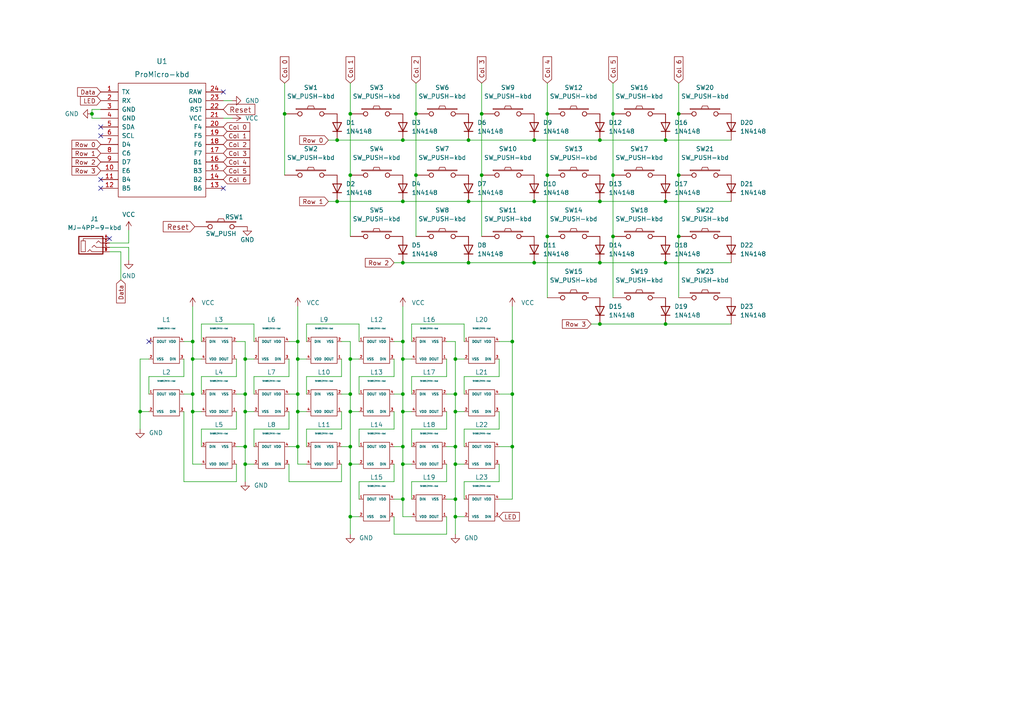
<source format=kicad_sch>
(kicad_sch (version 20211123) (generator eeschema)
  (paper "A4")
  (lib_symbols
    (symbol "Diode:1N4148" (pin_numbers hide) (pin_names (offset 1.016) hide)
      (property "Reference" "D" (at 0 2.54 0))
      (property "Value" "1N4148" (at 0 -2.54 0))
      (symbol "1N4148_0_1"
        (polyline (pts (xy -1.27 1.27) (xy -1.27 -1.27)) (stroke (width 0.254)))
        (polyline (pts (xy 1.27 0) (xy -1.27 0)))
        (polyline (pts (xy 1.27 1.27) (xy 1.27 -1.27) (xy -1.27 0) (xy 1.27 1.27)) (stroke (width 0.254)))
      )
      (symbol "1N4148_1_1"
        (pin passive line (at -3.81 0 0) (length 2.54) (name "K") (number "1"))
        (pin passive line (at 3.81 0 180) (length 2.54) (name "A") (number "2"))
      )
    )
    (symbol "Keyboard:MJ-4PP-9-kbd" (pin_names (offset 1.016))
      (property "Reference" "J" (at 0 3.81 0))
      (property "Value" "MJ-4PP-9-kbd" (at 0 -3.81 0))
      (symbol "MJ-4PP-9-kbd_0_1"
        (rectangle (start -1.905 -1.905) (end -3.175 1.27))
        (polyline (pts (xy -2.54 1.27) (xy -2.54 1.905) (xy 3.175 1.905)))
        (polyline (pts (xy -1.27 -1.905) (xy -0.635 -1.27) (xy 0 -1.905) (xy 3.175 -1.905)))
        (polyline (pts (xy 0 -0.635) (xy 0.635 0) (xy 1.27 -0.635) (xy 3.175 -0.635)))
        (polyline (pts (xy 1.27 0.635) (xy 1.905 1.27) (xy 2.54 0.635) (xy 3.175 0.635)))
        (rectangle (start 3.175 2.54) (end -3.81 -2.54) (stroke (width 0.3048)))
      )
      (symbol "MJ-4PP-9-kbd_1_1"
        (pin input line (at 5.08 1.905 180) (length 2.0066) (name "~") (number "A"))
        (pin input line (at 5.08 -1.905 180) (length 2.0066) (name "~") (number "B"))
        (pin input line (at 5.08 -0.635 180) (length 2.0066) (name "~") (number "C"))
        (pin input line (at 5.08 0.635 180) (length 2.0066) (name "~") (number "D"))
      )
    )
    (symbol "Keyboard:ProMicro-kbd" (pin_names (offset 1.016))
      (property "Reference" "U" (at 0 24.13 0))
      (property "Value" "ProMicro-kbd" (at 0 -13.97 0))
      (symbol "ProMicro-kbd_0_1"
        (rectangle (start -12.7 21.59) (end 12.7 -11.43))
      )
      (symbol "ProMicro-kbd_1_1"
        (pin bidirectional line (at -17.78 19.05 0) (length 5.08) (name "TX") (number "1"))
        (pin bidirectional line (at -17.78 -3.81 0) (length 5.08) (name "E6") (number "10"))
        (pin bidirectional line (at -17.78 -6.35 0) (length 5.08) (name "B4") (number "11"))
        (pin bidirectional line (at -17.78 -8.89 0) (length 5.08) (name "B5") (number "12"))
        (pin bidirectional line (at 17.78 -8.89 180) (length 5.08) (name "B6") (number "13"))
        (pin bidirectional line (at 17.78 -6.35 180) (length 5.08) (name "B2") (number "14"))
        (pin bidirectional line (at 17.78 -3.81 180) (length 5.08) (name "B3") (number "15"))
        (pin bidirectional line (at 17.78 -1.27 180) (length 5.08) (name "B1") (number "16"))
        (pin bidirectional line (at 17.78 1.27 180) (length 5.08) (name "F7") (number "17"))
        (pin bidirectional line (at 17.78 3.81 180) (length 5.08) (name "F6") (number "18"))
        (pin bidirectional line (at 17.78 6.35 180) (length 5.08) (name "F5") (number "19"))
        (pin bidirectional line (at -17.78 16.51 0) (length 5.08) (name "RX") (number "2"))
        (pin bidirectional line (at 17.78 8.89 180) (length 5.08) (name "F4") (number "20"))
        (pin power_in line (at 17.78 11.43 180) (length 5.08) (name "VCC") (number "21"))
        (pin input line (at 17.78 13.97 180) (length 5.08) (name "RST") (number "22"))
        (pin power_in line (at 17.78 16.51 180) (length 5.08) (name "GND") (number "23"))
        (pin power_out line (at 17.78 19.05 180) (length 5.08) (name "RAW") (number "24"))
        (pin power_in line (at -17.78 13.97 0) (length 5.08) (name "GND") (number "3"))
        (pin power_in line (at -17.78 11.43 0) (length 5.08) (name "GND") (number "4"))
        (pin bidirectional line (at -17.78 8.89 0) (length 5.08) (name "SDA") (number "5"))
        (pin bidirectional line (at -17.78 6.35 0) (length 5.08) (name "SCL") (number "6"))
        (pin bidirectional line (at -17.78 3.81 0) (length 5.08) (name "D4") (number "7"))
        (pin bidirectional line (at -17.78 1.27 0) (length 5.08) (name "C6") (number "8"))
        (pin bidirectional line (at -17.78 -1.27 0) (length 5.08) (name "D7") (number "9"))
      )
    )
    (symbol "Keyboard:SK6812MINI-kbd" (pin_names (offset 1.016))
      (property "Reference" "L" (at 0 0 0))
      (property "Value" "SK6812MINI-kbd" (at 0 -1.27 0))
      (symbol "SK6812MINI-kbd_0_1"
        (rectangle (start -3.81 3.81) (end 3.81 -3.81))
      )
      (symbol "SK6812MINI-kbd_1_1"
        (pin output line (at -5.08 2.54 0) (length 1.1938) (name "DOUT") (number "1"))
        (pin power_in line (at -5.08 -2.54 0) (length 1.1938) (name "VSS") (number "2"))
        (pin input line (at 5.08 -2.54 180) (length 1.1938) (name "DIN") (number "3"))
        (pin power_in line (at 5.08 2.54 180) (length 1.1938) (name "VDD") (number "4"))
      )
    )
    (symbol "Keyboard:SW_PUSH-kbd" (pin_numbers hide) (pin_names (offset 1.016) hide)
      (property "Reference" "SW" (at 3.81 2.794 0))
      (property "Value" "SW_PUSH-kbd" (at 0 -2.032 0))
      (symbol "SW_PUSH-kbd_0_1"
        (rectangle (start -4.318 1.27) (end 4.318 1.524))
        (polyline (pts (xy -1.016 1.524) (xy -0.762 2.286) (xy 0.762 2.286) (xy 1.016 1.524)))
        (pin passive inverted (at -7.62 0 0) (length 5.08) (name "1") (number "1"))
        (pin passive inverted (at 7.62 0 180) (length 5.08) (name "2") (number "2"))
      )
    )
    (symbol "kbd:SW_PUSH" (pin_numbers hide) (pin_names (offset 1.016) hide)
      (property "Reference" "SW" (at 3.81 2.794 0))
      (property "Value" "kbd_SW_PUSH" (at 0 -2.032 0))
      (symbol "SW_PUSH_0_1"
        (rectangle (start -4.318 1.27) (end 4.318 1.524))
        (polyline (pts (xy -1.016 1.524) (xy -0.762 2.286) (xy 0.762 2.286) (xy 1.016 1.524)))
        (pin passive inverted (at -7.62 0 0) (length 5.08) (name "1") (number "1"))
        (pin passive inverted (at 7.62 0 180) (length 5.08) (name "2") (number "2"))
      )
    )
    (symbol "power:GND" (power) (pin_names (offset 0))
      (property "Value" "GND" (at 0 -3.81 0))
      (symbol "GND_0_1"
        (polyline (pts (xy 0 0) (xy 0 -1.27) (xy 1.27 -1.27) (xy 0 -2.54) (xy -1.27 -1.27) (xy 0 -1.27)))
      )
      (symbol "GND_1_1"
        (pin power_in line (at 0 0 270) (length 0) hide (name "GND") (number "1"))
      )
    )
    (symbol "power:VCC" (power) (pin_names (offset 0))
      (property "Value" "VCC" (at 0 3.81 0))
      (symbol "VCC_0_1"
        (polyline (pts (xy -0.762 1.27) (xy 0 2.54)))
        (polyline (pts (xy 0 0) (xy 0 2.54)))
        (polyline (pts (xy 0 2.54) (xy 0.762 1.27)))
      )
      (symbol "VCC_1_1"
        (pin power_in line (at 0 0 90) (length 0) hide (name "VCC") (number "1"))
      )
    )
  )
  (junction (at 158.75 68.58) (diameter 0.9144))
  (junction (at 193.04 93.98) (diameter 0.9144))
  (junction (at 101.6 33.02) (diameter 0.9144))
  (junction (at 154.94 40.64) (diameter 0.9144))
  (junction (at 86.36 129.54) (diameter 0.9144))
  (junction (at 71.12 119.38) (diameter 0.9144))
  (junction (at 86.36 114.3) (diameter 0.9144))
  (junction (at 132.08 119.38) (diameter 0.9144))
  (junction (at 55.88 99.06) (diameter 0.9144))
  (junction (at 71.12 129.54) (diameter 0.9144))
  (junction (at 86.36 104.14) (diameter 0.9144))
  (junction (at 116.84 119.38) (diameter 0.9144))
  (junction (at 116.84 144.78) (diameter 0.9144))
  (junction (at 196.85 68.58) (diameter 0.9144))
  (junction (at 158.75 50.8) (diameter 0.9144))
  (junction (at 101.6 104.14) (diameter 0.9144))
  (junction (at 101.6 149.86) (diameter 0.9144))
  (junction (at 139.7 50.8) (diameter 0.9144))
  (junction (at 193.04 40.64) (diameter 0.9144))
  (junction (at 135.89 40.64) (diameter 0.9144))
  (junction (at 120.65 33.02) (diameter 0.9144))
  (junction (at 97.79 40.64) (diameter 0.9144))
  (junction (at 116.84 129.54) (diameter 0.9144))
  (junction (at 55.88 104.14) (diameter 0.9144))
  (junction (at 154.94 58.42) (diameter 0.9144))
  (junction (at 101.6 119.38) (diameter 0.9144))
  (junction (at 148.59 114.3) (diameter 0.9144))
  (junction (at 177.8 68.58) (diameter 0.9144))
  (junction (at 177.8 33.02) (diameter 0.9144))
  (junction (at 132.08 149.86) (diameter 0.9144))
  (junction (at 139.7 33.02) (diameter 0.9144))
  (junction (at 116.84 76.2) (diameter 0.9144))
  (junction (at 196.85 50.8) (diameter 0.9144))
  (junction (at 116.84 58.42) (diameter 0.9144))
  (junction (at 71.12 114.3) (diameter 0.9144))
  (junction (at 40.64 119.38) (diameter 0.9144))
  (junction (at 116.84 114.3) (diameter 0.9144))
  (junction (at 148.59 99.06) (diameter 0.9144))
  (junction (at 116.84 99.06) (diameter 0.9144))
  (junction (at 148.59 129.54) (diameter 0.9144))
  (junction (at 132.08 129.54) (diameter 0.9144))
  (junction (at 71.12 104.14) (diameter 0.9144))
  (junction (at 135.89 76.2) (diameter 0.9144))
  (junction (at 193.04 58.42) (diameter 0.9144))
  (junction (at 116.84 104.14) (diameter 0.9144))
  (junction (at 132.08 114.3) (diameter 0.9144))
  (junction (at 86.36 99.06) (diameter 0.9144))
  (junction (at 101.6 114.3) (diameter 0.9144))
  (junction (at 132.08 104.14) (diameter 0.9144))
  (junction (at 173.99 58.42) (diameter 0.9144))
  (junction (at 101.6 134.62) (diameter 0.9144))
  (junction (at 173.99 93.98) (diameter 0.9144))
  (junction (at 101.6 50.8) (diameter 0.9144))
  (junction (at 101.6 129.54) (diameter 0.9144))
  (junction (at 26.67 33.02) (diameter 0.9144))
  (junction (at 135.89 58.42) (diameter 0.9144))
  (junction (at 177.8 50.8) (diameter 0.9144))
  (junction (at 193.04 76.2) (diameter 0.9144))
  (junction (at 120.65 50.8) (diameter 0.9144))
  (junction (at 132.08 144.78) (diameter 0.9144))
  (junction (at 173.99 76.2) (diameter 0.9144))
  (junction (at 116.84 134.62) (diameter 0.9144))
  (junction (at 196.85 33.02) (diameter 0.9144))
  (junction (at 82.55 33.02) (diameter 0.9144))
  (junction (at 154.94 76.2) (diameter 0.9144))
  (junction (at 71.12 134.62) (diameter 0.9144))
  (junction (at 132.08 134.62) (diameter 0.9144))
  (junction (at 97.79 58.42) (diameter 0.9144))
  (junction (at 116.84 40.64) (diameter 0.9144))
  (junction (at 173.99 40.64) (diameter 0.9144))
  (junction (at 158.75 33.02) (diameter 0.9144))
  (junction (at 55.88 114.3) (diameter 0.9144))
  (junction (at 55.88 119.38) (diameter 0.9144))
  (junction (at 86.36 119.38) (diameter 0.9144))
  (no_connect (at 43.18 99.06))
  (no_connect (at 31.75 69.215))
  (no_connect (at 29.21 36.83))
  (no_connect (at 29.21 39.37))
  (no_connect (at 64.77 26.67))
  (no_connect (at 64.77 54.61))
  (no_connect (at 29.21 52.07))
  (no_connect (at 29.21 54.61))
  (wire (pts (xy 82.55 24.13) (xy 82.55 33.02)))
  (wire (pts (xy 37.338 75.438) (xy 37.338 71.755)))
  (wire (pts (xy 99.06 114.3) (xy 101.6 114.3)))
  (wire (pts (xy 101.6 99.06) (xy 101.6 104.14)))
  (wire (pts (xy 101.6 104.14) (xy 101.6 114.3)))
  (wire (pts (xy 101.6 114.3) (xy 101.6 119.38)))
  (wire (pts (xy 101.6 119.38) (xy 101.6 129.54)))
  (wire (pts (xy 101.6 129.54) (xy 101.6 134.62)))
  (wire (pts (xy 101.6 134.62) (xy 101.6 149.86)))
  (wire (pts (xy 101.6 149.86) (xy 101.6 154.94)))
  (wire (pts (xy 177.8 50.8) (xy 177.8 68.58)))
  (wire (pts (xy 43.18 109.22) (xy 53.34 109.22)))
  (wire (pts (xy 43.18 114.3) (xy 43.18 109.22)))
  (wire (pts (xy 53.34 104.14) (xy 53.34 109.22)))
  (wire (pts (xy 64.77 29.21) (xy 67.31 29.21)))
  (wire (pts (xy 53.34 139.7) (xy 53.34 119.38)))
  (wire (pts (xy 68.58 134.62) (xy 68.58 139.7)))
  (wire (pts (xy 68.58 139.7) (xy 53.34 139.7)))
  (wire (pts (xy 144.78 99.06) (xy 148.59 99.06)))
  (wire (pts (xy 101.6 149.86) (xy 104.14 149.86)))
  (wire (pts (xy 114.3 144.78) (xy 116.84 144.78)))
  (wire (pts (xy 26.67 31.75) (xy 29.21 31.75)))
  (wire (pts (xy 26.67 33.02) (xy 26.67 31.75)))
  (wire (pts (xy 26.67 34.29) (xy 26.67 33.02)))
  (wire (pts (xy 29.21 34.29) (xy 26.67 34.29)))
  (wire (pts (xy 120.65 33.02) (xy 120.65 50.8)))
  (wire (pts (xy 95.25 40.64) (xy 97.79 40.64)))
  (wire (pts (xy 73.66 109.22) (xy 83.82 109.22)))
  (wire (pts (xy 73.66 114.3) (xy 73.66 109.22)))
  (wire (pts (xy 83.82 109.22) (xy 83.82 104.14)))
  (wire (pts (xy 116.84 104.14) (xy 119.38 104.14)))
  (wire (pts (xy 135.89 58.42) (xy 154.94 58.42)))
  (wire (pts (xy 101.6 24.13) (xy 101.6 33.02)))
  (wire (pts (xy 144.78 129.54) (xy 148.59 129.54)))
  (wire (pts (xy 171.45 93.98) (xy 173.99 93.98)))
  (wire (pts (xy 83.82 114.3) (xy 86.36 114.3)))
  (wire (pts (xy 119.38 139.7) (xy 119.38 144.78)))
  (wire (pts (xy 129.54 134.62) (xy 129.54 139.7)))
  (wire (pts (xy 129.54 139.7) (xy 119.38 139.7)))
  (wire (pts (xy 135.89 76.2) (xy 154.94 76.2)))
  (wire (pts (xy 40.64 104.14) (xy 40.64 119.38)))
  (wire (pts (xy 40.64 119.38) (xy 40.64 124.46)))
  (wire (pts (xy 43.18 104.14) (xy 40.64 104.14)))
  (wire (pts (xy 196.85 50.8) (xy 196.85 68.58)))
  (wire (pts (xy 154.94 76.2) (xy 173.99 76.2)))
  (wire (pts (xy 37.338 66.802) (xy 37.338 70.485)))
  (wire (pts (xy 114.3 114.3) (xy 116.84 114.3)))
  (wire (pts (xy 173.99 93.98) (xy 193.04 93.98)))
  (wire (pts (xy 177.8 68.58) (xy 177.8 86.36)))
  (wire (pts (xy 55.88 119.38) (xy 55.88 134.62)))
  (wire (pts (xy 31.75 70.485) (xy 37.338 70.485)))
  (wire (pts (xy 144.78 144.78) (xy 148.59 144.78)))
  (wire (pts (xy 148.59 88.9) (xy 148.59 99.06)))
  (wire (pts (xy 148.59 99.06) (xy 148.59 114.3)))
  (wire (pts (xy 148.59 114.3) (xy 148.59 129.54)))
  (wire (pts (xy 148.59 129.54) (xy 148.59 144.78)))
  (wire (pts (xy 86.36 88.9) (xy 86.36 99.06)))
  (wire (pts (xy 86.36 99.06) (xy 86.36 104.14)))
  (wire (pts (xy 86.36 104.14) (xy 86.36 114.3)))
  (wire (pts (xy 86.36 114.3) (xy 86.36 119.38)))
  (wire (pts (xy 86.36 119.38) (xy 86.36 129.54)))
  (wire (pts (xy 86.36 129.54) (xy 86.36 134.62)))
  (wire (pts (xy 88.9 134.62) (xy 86.36 134.62)))
  (wire (pts (xy 116.84 58.42) (xy 135.89 58.42)))
  (wire (pts (xy 40.64 119.38) (xy 43.18 119.38)))
  (wire (pts (xy 129.54 114.3) (xy 132.08 114.3)))
  (wire (pts (xy 104.14 109.22) (xy 114.3 109.22)))
  (wire (pts (xy 104.14 114.3) (xy 104.14 109.22)))
  (wire (pts (xy 114.3 109.22) (xy 114.3 104.14)))
  (wire (pts (xy 119.38 93.98) (xy 119.38 99.06)))
  (wire (pts (xy 134.62 93.98) (xy 119.38 93.98)))
  (wire (pts (xy 134.62 99.06) (xy 134.62 93.98)))
  (wire (pts (xy 86.36 104.14) (xy 88.9 104.14)))
  (wire (pts (xy 88.9 124.46) (xy 88.9 129.54)))
  (wire (pts (xy 99.06 119.38) (xy 99.06 124.46)))
  (wire (pts (xy 99.06 124.46) (xy 88.9 124.46)))
  (wire (pts (xy 114.3 99.06) (xy 116.84 99.06)))
  (wire (pts (xy 58.42 109.22) (xy 58.42 114.3)))
  (wire (pts (xy 68.58 104.14) (xy 68.58 109.22)))
  (wire (pts (xy 68.58 109.22) (xy 58.42 109.22)))
  (wire (pts (xy 177.8 33.02) (xy 177.8 50.8)))
  (wire (pts (xy 158.75 68.58) (xy 158.75 86.36)))
  (wire (pts (xy 71.12 119.38) (xy 73.66 119.38)))
  (wire (pts (xy 193.04 76.2) (xy 212.09 76.2)))
  (wire (pts (xy 104.14 139.7) (xy 114.3 139.7)))
  (wire (pts (xy 104.14 144.78) (xy 104.14 139.7)))
  (wire (pts (xy 114.3 139.7) (xy 114.3 134.62)))
  (wire (pts (xy 83.82 139.7) (xy 83.82 134.62)))
  (wire (pts (xy 99.06 134.62) (xy 99.06 139.7)))
  (wire (pts (xy 99.06 139.7) (xy 83.82 139.7)))
  (wire (pts (xy 68.58 129.54) (xy 71.12 129.54)))
  (wire (pts (xy 55.88 134.62) (xy 58.42 134.62)))
  (wire (pts (xy 134.62 109.22) (xy 144.78 109.22)))
  (wire (pts (xy 134.62 114.3) (xy 134.62 109.22)))
  (wire (pts (xy 144.78 109.22) (xy 144.78 104.14)))
  (wire (pts (xy 158.75 33.02) (xy 158.75 50.8)))
  (wire (pts (xy 173.99 76.2) (xy 193.04 76.2)))
  (wire (pts (xy 129.54 144.78) (xy 132.08 144.78)))
  (wire (pts (xy 154.94 58.42) (xy 173.99 58.42)))
  (wire (pts (xy 101.6 50.8) (xy 101.6 68.58)))
  (wire (pts (xy 31.75 73.025) (xy 35.052 73.025)))
  (wire (pts (xy 35.052 73.025) (xy 35.052 81.153)))
  (wire (pts (xy 101.6 119.38) (xy 104.14 119.38)))
  (wire (pts (xy 86.36 119.38) (xy 88.9 119.38)))
  (wire (pts (xy 116.84 88.9) (xy 116.84 99.06)))
  (wire (pts (xy 116.84 99.06) (xy 116.84 104.14)))
  (wire (pts (xy 116.84 104.14) (xy 116.84 114.3)))
  (wire (pts (xy 116.84 114.3) (xy 116.84 119.38)))
  (wire (pts (xy 116.84 119.38) (xy 116.84 129.54)))
  (wire (pts (xy 116.84 129.54) (xy 116.84 134.62)))
  (wire (pts (xy 116.84 134.62) (xy 116.84 144.78)))
  (wire (pts (xy 116.84 144.78) (xy 116.84 149.86)))
  (wire (pts (xy 119.38 149.86) (xy 116.84 149.86)))
  (wire (pts (xy 97.79 40.64) (xy 116.84 40.64)))
  (wire (pts (xy 116.84 134.62) (xy 119.38 134.62)))
  (wire (pts (xy 71.12 104.14) (xy 73.66 104.14)))
  (wire (pts (xy 88.9 93.98) (xy 88.9 99.06)))
  (wire (pts (xy 104.14 93.98) (xy 88.9 93.98)))
  (wire (pts (xy 104.14 99.06) (xy 104.14 93.98)))
  (wire (pts (xy 139.7 33.02) (xy 139.7 50.8)))
  (wire (pts (xy 139.7 50.8) (xy 139.7 68.58)))
  (wire (pts (xy 193.04 58.42) (xy 212.09 58.42)))
  (wire (pts (xy 129.54 129.54) (xy 132.08 129.54)))
  (wire (pts (xy 120.65 50.8) (xy 120.65 68.58)))
  (wire (pts (xy 55.88 88.9) (xy 55.88 99.06)))
  (wire (pts (xy 55.88 99.06) (xy 55.88 104.14)))
  (wire (pts (xy 55.88 104.14) (xy 55.88 114.3)))
  (wire (pts (xy 55.88 114.3) (xy 55.88 119.38)))
  (wire (pts (xy 58.42 119.38) (xy 55.88 119.38)))
  (wire (pts (xy 114.3 154.94) (xy 114.3 149.86)))
  (wire (pts (xy 129.54 149.86) (xy 129.54 154.94)))
  (wire (pts (xy 129.54 154.94) (xy 114.3 154.94)))
  (wire (pts (xy 99.06 99.06) (xy 101.6 99.06)))
  (wire (pts (xy 177.8 24.13) (xy 177.8 33.02)))
  (wire (pts (xy 114.3 76.2) (xy 116.84 76.2)))
  (wire (pts (xy 31.75 71.755) (xy 37.338 71.755)))
  (wire (pts (xy 132.08 149.86) (xy 134.62 149.86)))
  (wire (pts (xy 193.04 40.64) (xy 212.09 40.64)))
  (wire (pts (xy 83.82 99.06) (xy 86.36 99.06)))
  (wire (pts (xy 83.82 129.54) (xy 86.36 129.54)))
  (wire (pts (xy 196.85 24.13) (xy 196.85 33.02)))
  (wire (pts (xy 196.85 33.02) (xy 196.85 50.8)))
  (wire (pts (xy 116.84 119.38) (xy 119.38 119.38)))
  (wire (pts (xy 158.75 50.8) (xy 158.75 68.58)))
  (wire (pts (xy 55.88 104.14) (xy 58.42 104.14)))
  (wire (pts (xy 58.42 93.98) (xy 58.42 99.06)))
  (wire (pts (xy 73.66 93.98) (xy 58.42 93.98)))
  (wire (pts (xy 73.66 99.06) (xy 73.66 93.98)))
  (wire (pts (xy 119.38 124.46) (xy 119.38 129.54)))
  (wire (pts (xy 129.54 119.38) (xy 129.54 124.46)))
  (wire (pts (xy 129.54 124.46) (xy 119.38 124.46)))
  (wire (pts (xy 101.6 104.14) (xy 104.14 104.14)))
  (wire (pts (xy 82.55 33.02) (xy 82.55 50.8)))
  (wire (pts (xy 58.42 124.46) (xy 58.42 129.54)))
  (wire (pts (xy 68.58 119.38) (xy 68.58 124.46)))
  (wire (pts (xy 68.58 124.46) (xy 58.42 124.46)))
  (wire (pts (xy 116.84 40.64) (xy 135.89 40.64)))
  (wire (pts (xy 129.54 99.06) (xy 132.08 99.06)))
  (wire (pts (xy 132.08 99.06) (xy 132.08 104.14)))
  (wire (pts (xy 132.08 104.14) (xy 132.08 114.3)))
  (wire (pts (xy 132.08 114.3) (xy 132.08 119.38)))
  (wire (pts (xy 132.08 119.38) (xy 132.08 129.54)))
  (wire (pts (xy 132.08 129.54) (xy 132.08 134.62)))
  (wire (pts (xy 132.08 134.62) (xy 132.08 144.78)))
  (wire (pts (xy 132.08 144.78) (xy 132.08 149.86)))
  (wire (pts (xy 132.08 149.86) (xy 132.08 154.94)))
  (wire (pts (xy 132.08 104.14) (xy 134.62 104.14)))
  (wire (pts (xy 114.3 129.54) (xy 116.84 129.54)))
  (wire (pts (xy 158.75 24.13) (xy 158.75 33.02)))
  (wire (pts (xy 132.08 119.38) (xy 134.62 119.38)))
  (wire (pts (xy 134.62 124.46) (xy 144.78 124.46)))
  (wire (pts (xy 134.62 129.54) (xy 134.62 124.46)))
  (wire (pts (xy 144.78 124.46) (xy 144.78 119.38)))
  (wire (pts (xy 193.04 93.98) (xy 212.09 93.98)))
  (wire (pts (xy 132.08 134.62) (xy 134.62 134.62)))
  (wire (pts (xy 101.6 33.02) (xy 101.6 50.8)))
  (wire (pts (xy 95.25 58.42) (xy 97.79 58.42)))
  (wire (pts (xy 134.62 139.7) (xy 144.78 139.7)))
  (wire (pts (xy 134.62 144.78) (xy 134.62 139.7)))
  (wire (pts (xy 144.78 139.7) (xy 144.78 134.62)))
  (wire (pts (xy 173.99 40.64) (xy 193.04 40.64)))
  (wire (pts (xy 53.34 114.3) (xy 55.88 114.3)))
  (wire (pts (xy 53.34 99.06) (xy 55.88 99.06)))
  (wire (pts (xy 73.66 124.46) (xy 83.82 124.46)))
  (wire (pts (xy 73.66 129.54) (xy 73.66 124.46)))
  (wire (pts (xy 83.82 124.46) (xy 83.82 119.38)))
  (wire (pts (xy 71.12 134.62) (xy 73.66 134.62)))
  (wire (pts (xy 119.38 109.22) (xy 119.38 114.3)))
  (wire (pts (xy 129.54 104.14) (xy 129.54 109.22)))
  (wire (pts (xy 129.54 109.22) (xy 119.38 109.22)))
  (wire (pts (xy 68.58 99.06) (xy 71.12 99.06)))
  (wire (pts (xy 71.12 99.06) (xy 71.12 104.14)))
  (wire (pts (xy 71.12 104.14) (xy 71.12 114.3)))
  (wire (pts (xy 71.12 114.3) (xy 71.12 119.38)))
  (wire (pts (xy 71.12 119.38) (xy 71.12 129.54)))
  (wire (pts (xy 71.12 129.54) (xy 71.12 134.62)))
  (wire (pts (xy 71.12 134.62) (xy 71.12 139.7)))
  (wire (pts (xy 173.99 58.42) (xy 193.04 58.42)))
  (wire (pts (xy 88.9 109.22) (xy 88.9 114.3)))
  (wire (pts (xy 99.06 104.14) (xy 99.06 109.22)))
  (wire (pts (xy 99.06 109.22) (xy 88.9 109.22)))
  (wire (pts (xy 135.89 40.64) (xy 154.94 40.64)))
  (wire (pts (xy 64.77 34.29) (xy 67.31 34.29)))
  (wire (pts (xy 68.58 114.3) (xy 71.12 114.3)))
  (wire (pts (xy 196.85 68.58) (xy 196.85 86.36)))
  (wire (pts (xy 144.78 114.3) (xy 148.59 114.3)))
  (wire (pts (xy 99.06 129.54) (xy 101.6 129.54)))
  (wire (pts (xy 120.65 24.13) (xy 120.65 33.02)))
  (wire (pts (xy 139.7 24.13) (xy 139.7 33.02)))
  (wire (pts (xy 97.79 58.42) (xy 116.84 58.42)))
  (wire (pts (xy 154.94 40.64) (xy 173.99 40.64)))
  (wire (pts (xy 104.14 124.46) (xy 114.3 124.46)))
  (wire (pts (xy 104.14 129.54) (xy 104.14 124.46)))
  (wire (pts (xy 114.3 124.46) (xy 114.3 119.38)))
  (wire (pts (xy 101.6 134.62) (xy 104.14 134.62)))
  (wire (pts (xy 116.84 76.2) (xy 135.89 76.2)))
  (global_label "LED" (shape input) (at 144.78 149.86 0) (property "Intersheet References" "${INTERSHEET_REFS}" (effects hide)))
  (global_label "Reset" (shape input) (at 56.4976 65.7478 180) (effects (font (size 1.524 1.524))) (property "Intersheet References" "${INTERSHEET_REFS}" (effects hide)))
  (global_label "Reset" (shape input) (at 64.77 31.75 0) (effects (font (size 1.524 1.524))) (property "Intersheet References" "${INTERSHEET_REFS}" (effects hide)))
  (global_label "Data" (shape input) (at 29.21 26.67 180) (property "Intersheet References" "${INTERSHEET_REFS}" (effects hide)))
  (global_label "Col 1" (shape input) (at 101.6 24.13 90) (property "Intersheet References" "${INTERSHEET_REFS}" (effects hide)))
  (global_label "Col 6" (shape input) (at 64.77 52.07 0) (property "Intersheet References" "${INTERSHEET_REFS}" (effects hide)))
  (global_label "LED" (shape input) (at 29.21 29.21 180) (property "Intersheet References" "${INTERSHEET_REFS}" (effects hide)))
  (global_label "Row 1" (shape input) (at 29.21 44.45 180) (property "Intersheet References" "${INTERSHEET_REFS}" (effects hide)))
  (global_label "Col 1" (shape input) (at 64.77 39.37 0) (property "Intersheet References" "${INTERSHEET_REFS}" (effects hide)))
  (global_label "Col 0" (shape input) (at 64.77 36.83 0) (property "Intersheet References" "${INTERSHEET_REFS}" (effects hide)))
  (global_label "Col 2" (shape input) (at 120.65 24.13 90) (property "Intersheet References" "${INTERSHEET_REFS}" (effects hide)))
  (global_label "Data" (shape input) (at 35.052 81.153 270) (property "Intersheet References" "${INTERSHEET_REFS}" (effects hide)))
  (global_label "Col 5" (shape input) (at 64.77 49.53 0) (property "Intersheet References" "${INTERSHEET_REFS}" (effects hide)))
  (global_label "Row 2" (shape input) (at 114.3 76.2 180) (property "Intersheet References" "${INTERSHEET_REFS}" (effects hide)))
  (global_label "Col 6" (shape input) (at 196.85 24.13 90) (property "Intersheet References" "${INTERSHEET_REFS}" (effects hide)))
  (global_label "Row 1" (shape input) (at 95.25 58.42 180) (property "Intersheet References" "${INTERSHEET_REFS}" (effects hide)))
  (global_label "Row 0" (shape input) (at 95.25 40.64 180) (property "Intersheet References" "${INTERSHEET_REFS}" (effects hide)))
  (global_label "Row 0" (shape input) (at 29.21 41.91 180) (property "Intersheet References" "${INTERSHEET_REFS}" (effects hide)))
  (global_label "Col 4" (shape input) (at 158.75 24.13 90) (property "Intersheet References" "${INTERSHEET_REFS}" (effects hide)))
  (global_label "Col 3" (shape input) (at 64.77 44.45 0) (property "Intersheet References" "${INTERSHEET_REFS}" (effects hide)))
  (global_label "Col 5" (shape input) (at 177.8 24.13 90) (property "Intersheet References" "${INTERSHEET_REFS}" (effects hide)))
  (global_label "Col 0" (shape input) (at 82.55 24.13 90) (property "Intersheet References" "${INTERSHEET_REFS}" (effects hide)))
  (global_label "Col 3" (shape input) (at 139.7 24.13 90) (property "Intersheet References" "${INTERSHEET_REFS}" (effects hide)))
  (global_label "Row 3" (shape input) (at 29.21 49.53 180) (property "Intersheet References" "${INTERSHEET_REFS}" (effects hide)))
  (global_label "Row 3" (shape input) (at 171.45 93.98 180) (property "Intersheet References" "${INTERSHEET_REFS}" (effects hide)))
  (global_label "Col 2" (shape input) (at 64.77 41.91 0) (property "Intersheet References" "${INTERSHEET_REFS}" (effects hide)))
  (global_label "Row 2" (shape input) (at 29.21 46.99 180) (property "Intersheet References" "${INTERSHEET_REFS}" (effects hide)))
  (global_label "Col 4" (shape input) (at 64.77 46.99 0) (property "Intersheet References" "${INTERSHEET_REFS}" (effects hide)))
  (symbol (lib_id "Diode:1N4148") (at 193.04 54.61 90) (unit 1)
    (property "Reference" "D17" (at 195.58 53.3399 90) (effects (justify right)))
    (property "Value" "1N4148" (at 195.58 55.8799 90) (effects (justify right)))
    (property "Footprint" "keeb:D3_TH_SMD" (effects hide))
    (property "Datasheet" "https://assets.nexperia.com/documents/data-sheet/1N4148_1N4448.pdf" (effects hide))
  )
  (symbol (lib_id "Diode:1N4148") (at 116.84 72.39 90) (unit 1)
    (property "Reference" "D5" (at 119.38 71.1199 90) (effects (justify right)))
    (property "Value" "1N4148" (at 119.38 73.6599 90) (effects (justify right)))
    (property "Footprint" "keeb:D3_TH_SMD" (effects hide))
    (property "Datasheet" "https://assets.nexperia.com/documents/data-sheet/1N4148_1N4448.pdf" (effects hide))
  )
  (symbol (lib_id "Keyboard:SK6812MINI-kbd") (at 109.22 101.6 0) (unit 1)
    (property "Reference" "L12" (at 109.22 92.71 0) (effects (font (size 1.2954 1.2954))))
    (property "Value" "SK6812MINI-kbd" (at 109.22 95.25 0) (effects (font (size 0.4064 0.4064))))
    (property "Footprint" "keeb:SK6812MINI_rev" (effects hide))
  )
  (symbol (lib_id "Keyboard:SK6812MINI-kbd") (at 63.5 101.6 180) (unit 1)
    (property "Reference" "L3" (at 63.5 92.71 0) (effects (font (size 1.2954 1.2954))))
    (property "Value" "SK6812MINI-kbd" (at 63.5 95.25 0) (effects (font (size 0.4064 0.4064))))
    (property "Footprint" "keeb:SK6812MINI_rev" (effects hide))
  )
  (symbol (lib_id "Keyboard:SW_PUSH-kbd") (at 185.42 50.8 0) (unit 1)
    (property "Reference" "SW17" (at 185.42 43.18 0))
    (property "Value" "SW_PUSH-kbd" (at 185.42 45.72 0))
    (property "Footprint" "keeb:MX_ALPS_PG1350_noLed" (effects hide))
  )
  (symbol (lib_id "Keyboard:SK6812MINI-kbd") (at 63.5 132.08 180) (unit 1)
    (property "Reference" "L5" (at 63.5 123.19 0) (effects (font (size 1.2954 1.2954))))
    (property "Value" "SK6812MINI-kbd" (at 63.5 125.73 0) (effects (font (size 0.4064 0.4064))))
    (property "Footprint" "keeb:SK6812MINI_rev" (effects hide))
  )
  (symbol (lib_id "Keyboard:SK6812MINI-kbd") (at 109.22 132.08 0) (unit 1)
    (property "Reference" "L14" (at 109.22 123.19 0) (effects (font (size 1.2954 1.2954))))
    (property "Value" "SK6812MINI-kbd" (at 109.22 125.73 0) (effects (font (size 0.4064 0.4064))))
    (property "Footprint" "keeb:SK6812MINI_rev" (effects hide))
  )
  (symbol (lib_id "Keyboard:SW_PUSH-kbd") (at 166.37 33.02 0) (unit 1)
    (property "Reference" "SW12" (at 166.37 25.4 0))
    (property "Value" "SW_PUSH-kbd" (at 166.37 27.94 0))
    (property "Footprint" "keeb:MX_ALPS_PG1350_noLed" (effects hide))
  )
  (symbol (lib_id "power:VCC") (at 116.84 88.9 0) (unit 1)
    (property "Reference" "#PWR0110" (effects hide))
    (property "Value" "VCC" (at 119.38 87.8204 0) (effects (justify left)))
  )
  (symbol (lib_id "Keyboard:SW_PUSH-kbd") (at 109.22 33.02 0) (unit 1)
    (property "Reference" "SW3" (at 109.22 25.4 0))
    (property "Value" "SW_PUSH-kbd" (at 109.22 27.94 0))
    (property "Footprint" "keeb:MX_ALPS_PG1350_noLed" (effects hide))
  )
  (symbol (lib_id "power:GND") (at 132.08 154.94 0) (unit 1)
    (property "Reference" "#PWR0115" (effects hide))
    (property "Value" "GND" (at 134.62 156.0194 0) (effects (justify left)))
  )
  (symbol (lib_id "Diode:1N4148") (at 135.89 36.83 90) (unit 1)
    (property "Reference" "D6" (at 138.43 35.5599 90) (effects (justify right)))
    (property "Value" "1N4148" (at 138.43 38.0999 90) (effects (justify right)))
    (property "Footprint" "keeb:D3_TH_SMD" (effects hide))
    (property "Datasheet" "https://assets.nexperia.com/documents/data-sheet/1N4148_1N4448.pdf" (effects hide))
  )
  (symbol (lib_id "Keyboard:SW_PUSH-kbd") (at 204.47 68.58 0) (unit 1)
    (property "Reference" "SW22" (at 204.47 60.96 0))
    (property "Value" "SW_PUSH-kbd" (at 204.47 63.5 0))
    (property "Footprint" "keeb:MX_ALPS_PG1350_noLed" (effects hide))
  )
  (symbol (lib_id "Keyboard:SW_PUSH-kbd") (at 166.37 50.8 0) (unit 1)
    (property "Reference" "SW13" (at 166.37 43.18 0))
    (property "Value" "SW_PUSH-kbd" (at 166.37 45.72 0))
    (property "Footprint" "keeb:MX_ALPS_PG1350_noLed" (effects hide))
  )
  (symbol (lib_id "Diode:1N4148") (at 97.79 54.61 90) (unit 1)
    (property "Reference" "D2" (at 100.33 53.3399 90) (effects (justify right)))
    (property "Value" "1N4148" (at 100.33 55.8799 90) (effects (justify right)))
    (property "Footprint" "keeb:D3_TH_SMD" (effects hide))
    (property "Datasheet" "https://assets.nexperia.com/documents/data-sheet/1N4148_1N4448.pdf" (effects hide))
  )
  (symbol (lib_id "Diode:1N4148") (at 135.89 72.39 90) (unit 1)
    (property "Reference" "D8" (at 138.43 71.1199 90) (effects (justify right)))
    (property "Value" "1N4148" (at 138.43 73.6599 90) (effects (justify right)))
    (property "Footprint" "keeb:D3_TH_SMD" (effects hide))
    (property "Datasheet" "https://assets.nexperia.com/documents/data-sheet/1N4148_1N4448.pdf" (effects hide))
  )
  (symbol (lib_id "Keyboard:SK6812MINI-kbd") (at 139.7 101.6 0) (unit 1)
    (property "Reference" "L20" (at 139.7 92.71 0) (effects (font (size 1.2954 1.2954))))
    (property "Value" "SK6812MINI-kbd" (at 139.7 95.25 0) (effects (font (size 0.4064 0.4064))))
    (property "Footprint" "keeb:SK6812MINI_rev" (effects hide))
  )
  (symbol (lib_id "power:GND") (at 26.67 33.02 270) (unit 1)
    (property "Reference" "#PWR0104" (effects hide))
    (property "Value" "GND" (at 22.86 33.0199 90) (effects (justify right)))
  )
  (symbol (lib_id "Keyboard:SK6812MINI-kbd") (at 124.46 116.84 180) (unit 1)
    (property "Reference" "L17" (at 124.46 107.95 0) (effects (font (size 1.2954 1.2954))))
    (property "Value" "SK6812MINI-kbd" (at 124.46 110.49 0) (effects (font (size 0.4064 0.4064))))
    (property "Footprint" "keeb:SK6812MINI_rev" (effects hide))
  )
  (symbol (lib_id "Keyboard:SK6812MINI-kbd") (at 124.46 147.32 180) (unit 1)
    (property "Reference" "L19" (at 124.46 138.43 0) (effects (font (size 1.2954 1.2954))))
    (property "Value" "SK6812MINI-kbd" (at 124.46 140.97 0) (effects (font (size 0.4064 0.4064))))
    (property "Footprint" "keeb:SK6812MINI_rev" (effects hide))
  )
  (symbol (lib_id "Keyboard:SK6812MINI-kbd") (at 93.98 116.84 180) (unit 1)
    (property "Reference" "L10" (at 93.98 107.95 0) (effects (font (size 1.2954 1.2954))))
    (property "Value" "SK6812MINI-kbd" (at 93.98 110.49 0) (effects (font (size 0.4064 0.4064))))
    (property "Footprint" "keeb:SK6812MINI_rev" (effects hide))
  )
  (symbol (lib_id "Keyboard:SW_PUSH-kbd") (at 128.27 33.02 0) (unit 1)
    (property "Reference" "SW6" (at 128.27 25.4 0))
    (property "Value" "SW_PUSH-kbd" (at 128.27 27.94 0))
    (property "Footprint" "keeb:MX_ALPS_PG1350_noLed" (effects hide))
  )
  (symbol (lib_id "Diode:1N4148") (at 173.99 90.17 90) (unit 1)
    (property "Reference" "D15" (at 176.53 88.8999 90) (effects (justify right)))
    (property "Value" "1N4148" (at 176.53 91.4399 90) (effects (justify right)))
    (property "Footprint" "keeb:D3_TH_SMD" (effects hide))
    (property "Datasheet" "https://assets.nexperia.com/documents/data-sheet/1N4148_1N4448.pdf" (effects hide))
  )
  (symbol (lib_id "Keyboard:SW_PUSH-kbd") (at 109.22 50.8 0) (unit 1)
    (property "Reference" "SW4" (at 109.22 43.18 0))
    (property "Value" "SW_PUSH-kbd" (at 109.22 45.72 0))
    (property "Footprint" "keeb:MX_ALPS_PG1350_noLed" (effects hide))
  )
  (symbol (lib_id "power:GND") (at 71.12 139.7 0) (unit 1)
    (property "Reference" "#PWR0111" (effects hide))
    (property "Value" "GND" (at 73.66 140.7794 0) (effects (justify left)))
  )
  (symbol (lib_id "power:VCC") (at 67.31 34.29 270) (unit 1)
    (property "Reference" "#PWR0102" (effects hide))
    (property "Value" "VCC" (at 71.12 34.2899 90) (effects (justify left)))
  )
  (symbol (lib_id "Diode:1N4148") (at 173.99 72.39 90) (unit 1)
    (property "Reference" "D14" (at 176.53 71.1199 90) (effects (justify right)))
    (property "Value" "1N4148" (at 176.53 73.6599 90) (effects (justify right)))
    (property "Footprint" "keeb:D3_TH_SMD" (effects hide))
    (property "Datasheet" "https://assets.nexperia.com/documents/data-sheet/1N4148_1N4448.pdf" (effects hide))
  )
  (symbol (lib_id "Keyboard:SK6812MINI-kbd") (at 93.98 132.08 180) (unit 1)
    (property "Reference" "L11" (at 93.98 123.19 0) (effects (font (size 1.2954 1.2954))))
    (property "Value" "SK6812MINI-kbd" (at 93.98 125.73 0) (effects (font (size 0.4064 0.4064))))
    (property "Footprint" "keeb:SK6812MINI_rev" (effects hide))
  )
  (symbol (lib_id "Keyboard:SW_PUSH-kbd") (at 204.47 33.02 0) (unit 1)
    (property "Reference" "SW20" (at 204.47 25.4 0))
    (property "Value" "SW_PUSH-kbd" (at 204.47 27.94 0))
    (property "Footprint" "keeb:MX_ALPS_PG1350_noLed" (effects hide))
  )
  (symbol (lib_id "Keyboard:SK6812MINI-kbd") (at 93.98 101.6 180) (unit 1)
    (property "Reference" "L9" (at 93.98 92.71 0) (effects (font (size 1.2954 1.2954))))
    (property "Value" "SK6812MINI-kbd" (at 93.98 95.25 0) (effects (font (size 0.4064 0.4064))))
    (property "Footprint" "keeb:SK6812MINI_rev" (effects hide))
  )
  (symbol (lib_id "Keyboard:SW_PUSH-kbd") (at 204.47 86.36 0) (unit 1)
    (property "Reference" "SW23" (at 204.47 78.74 0))
    (property "Value" "SW_PUSH-kbd" (at 204.47 81.28 0))
    (property "Footprint" "keeb:MX_ALPS_PG1350_noLed" (effects hide))
  )
  (symbol (lib_id "Keyboard:SK6812MINI-kbd") (at 139.7 132.08 0) (unit 1)
    (property "Reference" "L22" (at 139.7 123.19 0) (effects (font (size 1.2954 1.2954))))
    (property "Value" "SK6812MINI-kbd" (at 139.7 125.73 0) (effects (font (size 0.4064 0.4064))))
    (property "Footprint" "keeb:SK6812MINI_rev" (effects hide))
  )
  (symbol (lib_id "Keyboard:SW_PUSH-kbd") (at 128.27 68.58 0) (unit 1)
    (property "Reference" "SW8" (at 128.27 60.96 0))
    (property "Value" "SW_PUSH-kbd" (at 128.27 63.5 0))
    (property "Footprint" "keeb:MX_ALPS_PG1350_noLed" (effects hide))
  )
  (symbol (lib_id "Diode:1N4148") (at 193.04 36.83 90) (unit 1)
    (property "Reference" "D16" (at 195.58 35.5599 90) (effects (justify right)))
    (property "Value" "1N4148" (at 195.58 38.0999 90) (effects (justify right)))
    (property "Footprint" "keeb:D3_TH_SMD" (effects hide))
    (property "Datasheet" "https://assets.nexperia.com/documents/data-sheet/1N4148_1N4448.pdf" (effects hide))
  )
  (symbol (lib_id "Keyboard:SW_PUSH-kbd") (at 128.27 50.8 0) (unit 1)
    (property "Reference" "SW7" (at 128.27 43.18 0))
    (property "Value" "SW_PUSH-kbd" (at 128.27 45.72 0))
    (property "Footprint" "keeb:MX_ALPS_PG1350_noLed" (effects hide))
  )
  (symbol (lib_id "power:GND") (at 37.338 75.438 0) (unit 1)
    (property "Reference" "#PWR0105" (effects hide))
    (property "Value" "GND" (at 37.338 80.01 0))
  )
  (symbol (lib_id "Diode:1N4148") (at 116.84 36.83 90) (unit 1)
    (property "Reference" "D3" (at 119.38 35.5599 90) (effects (justify right)))
    (property "Value" "1N4148" (at 119.38 38.0999 90) (effects (justify right)))
    (property "Footprint" "keeb:D3_TH_SMD" (effects hide))
    (property "Datasheet" "https://assets.nexperia.com/documents/data-sheet/1N4148_1N4448.pdf" (effects hide))
  )
  (symbol (lib_id "Keyboard:SW_PUSH-kbd") (at 185.42 33.02 0) (unit 1)
    (property "Reference" "SW16" (at 185.42 25.4 0))
    (property "Value" "SW_PUSH-kbd" (at 185.42 27.94 0))
    (property "Footprint" "keeb:MX_ALPS_PG1350_noLed" (effects hide))
  )
  (symbol (lib_id "power:VCC") (at 37.338 66.802 0) (unit 1)
    (property "Reference" "#PWR0103" (effects hide))
    (property "Value" "VCC" (at 37.338 62.23 0))
  )
  (symbol (lib_id "Diode:1N4148") (at 193.04 90.17 90) (unit 1)
    (property "Reference" "D19" (at 195.58 88.8999 90) (effects (justify right)))
    (property "Value" "1N4148" (at 195.58 91.4399 90) (effects (justify right)))
    (property "Footprint" "keeb:D3_TH_SMD" (effects hide))
    (property "Datasheet" "https://assets.nexperia.com/documents/data-sheet/1N4148_1N4448.pdf" (effects hide))
  )
  (symbol (lib_id "Diode:1N4148") (at 193.04 72.39 90) (unit 1)
    (property "Reference" "D18" (at 195.58 71.1199 90) (effects (justify right)))
    (property "Value" "1N4148" (at 195.58 73.6599 90) (effects (justify right)))
    (property "Footprint" "keeb:D3_TH_SMD" (effects hide))
    (property "Datasheet" "https://assets.nexperia.com/documents/data-sheet/1N4148_1N4448.pdf" (effects hide))
  )
  (symbol (lib_id "Diode:1N4148") (at 154.94 54.61 90) (unit 1)
    (property "Reference" "D10" (at 157.48 53.3399 90) (effects (justify right)))
    (property "Value" "1N4148" (at 157.48 55.8799 90) (effects (justify right)))
    (property "Footprint" "keeb:D3_TH_SMD" (effects hide))
    (property "Datasheet" "https://assets.nexperia.com/documents/data-sheet/1N4148_1N4448.pdf" (effects hide))
  )
  (symbol (lib_id "Keyboard:SK6812MINI-kbd") (at 63.5 116.84 180) (unit 1)
    (property "Reference" "L4" (at 63.5 107.95 0) (effects (font (size 1.2954 1.2954))))
    (property "Value" "SK6812MINI-kbd" (at 63.5 110.49 0) (effects (font (size 0.4064 0.4064))))
    (property "Footprint" "keeb:SK6812MINI_rev" (effects hide))
  )
  (symbol (lib_id "Diode:1N4148") (at 173.99 36.83 90) (unit 1)
    (property "Reference" "D12" (at 176.53 35.5599 90) (effects (justify right)))
    (property "Value" "1N4148" (at 176.53 38.0999 90) (effects (justify right)))
    (property "Footprint" "keeb:D3_TH_SMD" (effects hide))
    (property "Datasheet" "https://assets.nexperia.com/documents/data-sheet/1N4148_1N4448.pdf" (effects hide))
  )
  (symbol (lib_id "Keyboard:SW_PUSH-kbd") (at 147.32 33.02 0) (unit 1)
    (property "Reference" "SW9" (at 147.32 25.4 0))
    (property "Value" "SW_PUSH-kbd" (at 147.32 27.94 0))
    (property "Footprint" "keeb:MX_ALPS_PG1350_noLed" (effects hide))
  )
  (symbol (lib_id "Keyboard:SK6812MINI-kbd") (at 48.26 116.84 0) (unit 1)
    (property "Reference" "L2" (at 48.26 107.95 0) (effects (font (size 1.2954 1.2954))))
    (property "Value" "SK6812MINI-kbd" (at 48.26 110.49 0) (effects (font (size 0.4064 0.4064))))
    (property "Footprint" "keeb:SK6812MINI_rev" (effects hide))
  )
  (symbol (lib_id "Diode:1N4148") (at 116.84 54.61 90) (unit 1)
    (property "Reference" "D4" (at 119.38 53.3399 90) (effects (justify right)))
    (property "Value" "1N4148" (at 119.38 55.8799 90) (effects (justify right)))
    (property "Footprint" "keeb:D3_TH_SMD" (effects hide))
    (property "Datasheet" "https://assets.nexperia.com/documents/data-sheet/1N4148_1N4448.pdf" (effects hide))
  )
  (symbol (lib_id "power:GND") (at 101.6 154.94 0) (unit 1)
    (property "Reference" "#PWR0114" (effects hide))
    (property "Value" "GND" (at 104.14 156.0194 0) (effects (justify left)))
  )
  (symbol (lib_id "Diode:1N4148") (at 173.99 54.61 90) (unit 1)
    (property "Reference" "D13" (at 176.53 53.3399 90) (effects (justify right)))
    (property "Value" "1N4148" (at 176.53 55.8799 90) (effects (justify right)))
    (property "Footprint" "keeb:D3_TH_SMD" (effects hide))
    (property "Datasheet" "https://assets.nexperia.com/documents/data-sheet/1N4148_1N4448.pdf" (effects hide))
  )
  (symbol (lib_id "Diode:1N4148") (at 212.09 36.83 90) (unit 1)
    (property "Reference" "D20" (at 214.63 35.5599 90) (effects (justify right)))
    (property "Value" "1N4148" (at 214.63 38.0999 90) (effects (justify right)))
    (property "Footprint" "keeb:D3_TH_SMD" (effects hide))
    (property "Datasheet" "https://assets.nexperia.com/documents/data-sheet/1N4148_1N4448.pdf" (effects hide))
  )
  (symbol (lib_id "Keyboard:SW_PUSH-kbd") (at 109.22 68.58 0) (unit 1)
    (property "Reference" "SW5" (at 109.22 60.96 0))
    (property "Value" "SW_PUSH-kbd" (at 109.22 63.5 0))
    (property "Footprint" "keeb:MX_ALPS_PG1350_noLed" (effects hide))
  )
  (symbol (lib_id "Keyboard:MJ-4PP-9-kbd") (at 26.67 71.12 0) (unit 1)
    (property "Reference" "J1" (at 27.4193 63.5 0))
    (property "Value" "MJ-4PP-9-kbd" (at 27.4193 66.04 0))
    (property "Footprint" "keeb:MJ-4PP-9" (effects hide))
  )
  (symbol (lib_id "Diode:1N4148") (at 212.09 54.61 90) (unit 1)
    (property "Reference" "D21" (at 214.63 53.3399 90) (effects (justify right)))
    (property "Value" "1N4148" (at 214.63 55.8799 90) (effects (justify right)))
    (property "Footprint" "keeb:D3_TH_SMD" (effects hide))
    (property "Datasheet" "https://assets.nexperia.com/documents/data-sheet/1N4148_1N4448.pdf" (effects hide))
  )
  (symbol (lib_id "Keyboard:SW_PUSH-kbd") (at 166.37 68.58 0) (unit 1)
    (property "Reference" "SW14" (at 166.37 60.96 0))
    (property "Value" "SW_PUSH-kbd" (at 166.37 63.5 0))
    (property "Footprint" "keeb:MX_ALPS_PG1350_noLed" (effects hide))
  )
  (symbol (lib_id "Diode:1N4148") (at 154.94 36.83 90) (unit 1)
    (property "Reference" "D9" (at 157.48 35.5599 90) (effects (justify right)))
    (property "Value" "1N4148" (at 157.48 38.0999 90) (effects (justify right)))
    (property "Footprint" "keeb:D3_TH_SMD" (effects hide))
    (property "Datasheet" "https://assets.nexperia.com/documents/data-sheet/1N4148_1N4448.pdf" (effects hide))
  )
  (symbol (lib_id "power:VCC") (at 86.36 88.9 0) (unit 1)
    (property "Reference" "#PWR0109" (effects hide))
    (property "Value" "VCC" (at 88.9 87.8204 0) (effects (justify left)))
  )
  (symbol (lib_id "power:VCC") (at 148.59 88.9 0) (unit 1)
    (property "Reference" "#PWR0116" (effects hide))
    (property "Value" "VCC" (at 151.13 87.8204 0) (effects (justify left)))
  )
  (symbol (lib_id "Keyboard:SW_PUSH-kbd") (at 147.32 50.8 0) (unit 1)
    (property "Reference" "SW10" (at 147.32 43.18 0))
    (property "Value" "SW_PUSH-kbd" (at 147.32 45.72 0))
    (property "Footprint" "keeb:MX_ALPS_PG1350_noLed" (effects hide))
  )
  (symbol (lib_id "power:GND") (at 40.64 124.46 0) (unit 1)
    (property "Reference" "#PWR0108" (effects hide))
    (property "Value" "GND" (at 43.18 125.5394 0) (effects (justify left)))
  )
  (symbol (lib_id "Diode:1N4148") (at 135.89 54.61 90) (unit 1)
    (property "Reference" "D7" (at 138.43 53.3399 90) (effects (justify right)))
    (property "Value" "1N4148" (at 138.43 55.8799 90) (effects (justify right)))
    (property "Footprint" "keeb:D3_TH_SMD" (effects hide))
    (property "Datasheet" "https://assets.nexperia.com/documents/data-sheet/1N4148_1N4448.pdf" (effects hide))
  )
  (symbol (lib_id "Diode:1N4148") (at 154.94 72.39 90) (unit 1)
    (property "Reference" "D11" (at 157.48 71.1199 90) (effects (justify right)))
    (property "Value" "1N4148" (at 157.48 73.6599 90) (effects (justify right)))
    (property "Footprint" "keeb:D3_TH_SMD" (effects hide))
    (property "Datasheet" "https://assets.nexperia.com/documents/data-sheet/1N4148_1N4448.pdf" (effects hide))
  )
  (symbol (lib_id "power:VCC") (at 55.88 88.9 0) (unit 1)
    (property "Reference" "#PWR0107" (effects hide))
    (property "Value" "VCC" (at 58.42 87.8204 0) (effects (justify left)))
  )
  (symbol (lib_id "Keyboard:SK6812MINI-kbd") (at 124.46 132.08 180) (unit 1)
    (property "Reference" "L18" (at 124.46 123.19 0) (effects (font (size 1.2954 1.2954))))
    (property "Value" "SK6812MINI-kbd" (at 124.46 125.73 0) (effects (font (size 0.4064 0.4064))))
    (property "Footprint" "keeb:SK6812MINI_rev" (effects hide))
  )
  (symbol (lib_id "power:GND") (at 67.31 29.21 90) (unit 1)
    (property "Reference" "#PWR0101" (effects hide))
    (property "Value" "GND" (at 71.12 29.2099 90) (effects (justify right)))
  )
  (symbol (lib_id "Keyboard:SK6812MINI-kbd") (at 139.7 147.32 0) (unit 1)
    (property "Reference" "L23" (at 139.7 138.43 0) (effects (font (size 1.2954 1.2954))))
    (property "Value" "SK6812MINI-kbd" (at 139.7 140.97 0) (effects (font (size 0.4064 0.4064))))
    (property "Footprint" "keeb:SK6812MINI_rev" (effects hide))
  )
  (symbol (lib_id "Diode:1N4148") (at 97.79 36.83 90) (unit 1)
    (property "Reference" "D1" (at 100.33 35.5599 90) (effects (justify right)))
    (property "Value" "1N4148" (at 100.33 38.0999 90) (effects (justify right)))
    (property "Footprint" "keeb:D3_TH_SMD" (effects hide))
    (property "Datasheet" "https://assets.nexperia.com/documents/data-sheet/1N4148_1N4448.pdf" (effects hide))
  )
  (symbol (lib_id "Keyboard:ProMicro-kbd") (at 46.99 45.72 0) (unit 1)
    (property "Reference" "U1" (at 46.99 17.78 0) (effects (font (size 1.524 1.524))))
    (property "Value" "ProMicro-kbd" (at 46.99 21.59 0) (effects (font (size 1.524 1.524))))
    (property "Footprint" "keeb:ProMicro_v2" (effects hide))
  )
  (symbol (lib_id "Keyboard:SK6812MINI-kbd") (at 78.74 101.6 0) (unit 1)
    (property "Reference" "L6" (at 78.74 92.71 0) (effects (font (size 1.2954 1.2954))))
    (property "Value" "SK6812MINI-kbd" (at 78.74 95.25 0) (effects (font (size 0.4064 0.4064))))
    (property "Footprint" "keeb:SK6812MINI_rev" (effects hide))
  )
  (symbol (lib_id "Keyboard:SW_PUSH-kbd") (at 147.32 68.58 0) (unit 1)
    (property "Reference" "SW11" (at 147.32 60.96 0))
    (property "Value" "SW_PUSH-kbd" (at 147.32 63.5 0))
    (property "Footprint" "keeb:MX_ALPS_PG1350_noLed" (effects hide))
  )
  (symbol (lib_id "Keyboard:SW_PUSH-kbd") (at 166.37 86.36 0) (unit 1)
    (property "Reference" "SW15" (at 166.37 78.74 0))
    (property "Value" "SW_PUSH-kbd" (at 166.37 81.28 0))
    (property "Footprint" "keeb:MX_ALPS_PG1350_noLed" (effects hide))
  )
  (symbol (lib_id "Keyboard:SK6812MINI-kbd") (at 78.74 132.08 0) (unit 1)
    (property "Reference" "L8" (at 78.74 123.19 0) (effects (font (size 1.2954 1.2954))))
    (property "Value" "SK6812MINI-kbd" (at 78.74 125.73 0) (effects (font (size 0.4064 0.4064))))
    (property "Footprint" "keeb:SK6812MINI_rev" (effects hide))
  )
  (symbol (lib_id "Diode:1N4148") (at 212.09 90.17 90) (unit 1)
    (property "Reference" "D23" (at 214.63 88.8999 90) (effects (justify right)))
    (property "Value" "1N4148" (at 214.63 91.4399 90) (effects (justify right)))
    (property "Footprint" "keeb:D3_TH_SMD" (effects hide))
    (property "Datasheet" "https://assets.nexperia.com/documents/data-sheet/1N4148_1N4448.pdf" (effects hide))
  )
  (symbol (lib_id "Keyboard:SK6812MINI-kbd") (at 109.22 116.84 0) (unit 1)
    (property "Reference" "L13" (at 109.22 107.95 0) (effects (font (size 1.2954 1.2954))))
    (property "Value" "SK6812MINI-kbd" (at 109.22 110.49 0) (effects (font (size 0.4064 0.4064))))
    (property "Footprint" "keeb:SK6812MINI_rev" (effects hide))
  )
  (symbol (lib_id "Keyboard:SK6812MINI-kbd") (at 124.46 101.6 180) (unit 1)
    (property "Reference" "L16" (at 124.46 92.71 0) (effects (font (size 1.2954 1.2954))))
    (property "Value" "SK6812MINI-kbd" (at 124.46 95.25 0) (effects (font (size 0.4064 0.4064))))
    (property "Footprint" "keeb:SK6812MINI_rev" (effects hide))
  )
  (symbol (lib_id "Keyboard:SW_PUSH-kbd") (at 90.17 33.02 0) (unit 1)
    (property "Reference" "SW1" (at 90.17 25.4 0))
    (property "Value" "SW_PUSH-kbd" (at 90.17 27.94 0))
    (property "Footprint" "keeb:MX_ALPS_PG1350_noLed" (effects hide))
  )
  (symbol (lib_id "power:GND") (at 71.7376 65.7478 0) (unit 1)
    (property "Reference" "#PWR0106" (effects hide))
    (property "Value" "GND" (at 71.7376 69.5578 0))
  )
  (symbol (lib_id "Keyboard:SW_PUSH-kbd") (at 185.42 68.58 0) (unit 1)
    (property "Reference" "SW18" (at 185.42 60.96 0))
    (property "Value" "SW_PUSH-kbd" (at 185.42 63.5 0))
    (property "Footprint" "keeb:MX_ALPS_PG1350_noLed" (effects hide))
  )
  (symbol (lib_id "Keyboard:SK6812MINI-kbd") (at 78.74 116.84 0) (unit 1)
    (property "Reference" "L7" (at 78.74 107.95 0) (effects (font (size 1.2954 1.2954))))
    (property "Value" "SK6812MINI-kbd" (at 78.74 110.49 0) (effects (font (size 0.4064 0.4064))))
    (property "Footprint" "keeb:SK6812MINI_rev" (effects hide))
  )
  (symbol (lib_id "Keyboard:SK6812MINI-kbd") (at 109.22 147.32 0) (unit 1)
    (property "Reference" "L15" (at 109.22 138.43 0) (effects (font (size 1.2954 1.2954))))
    (property "Value" "SK6812MINI-kbd" (at 109.22 140.97 0) (effects (font (size 0.4064 0.4064))))
    (property "Footprint" "keeb:SK6812MINI_rev" (effects hide))
  )
  (symbol (lib_id "Keyboard:SK6812MINI-kbd") (at 48.26 101.6 0) (unit 1)
    (property "Reference" "L1" (at 48.26 92.71 0) (effects (font (size 1.2954 1.2954))))
    (property "Value" "SK6812MINI-kbd" (at 48.26 95.25 0) (effects (font (size 0.4064 0.4064))))
    (property "Footprint" "keeb:SK6812MINI_rev" (effects hide))
  )
  (symbol (lib_id "kbd:SW_PUSH") (at 64.1176 65.7478 0) (unit 1)
    (property "Reference" "RSW1" (at 67.9276 62.9538 0))
    (property "Value" "SW_PUSH" (at 64.1176 67.7798 0))
    (property "Footprint" "keeb:ResetSW" (effects hide))
  )
  (symbol (lib_id "Keyboard:SW_PUSH-kbd") (at 185.42 86.36 0) (unit 1)
    (property "Reference" "SW19" (at 185.42 78.74 0))
    (property "Value" "SW_PUSH-kbd" (at 185.42 81.28 0))
    (property "Footprint" "keeb:MX_ALPS_PG1350_noLed" (effects hide))
  )
  (symbol (lib_id "Diode:1N4148") (at 212.09 72.39 90) (unit 1)
    (property "Reference" "D22" (at 214.63 71.1199 90) (effects (justify right)))
    (property "Value" "1N4148" (at 214.63 73.6599 90) (effects (justify right)))
    (property "Footprint" "keeb:D3_TH_SMD" (effects hide))
    (property "Datasheet" "https://assets.nexperia.com/documents/data-sheet/1N4148_1N4448.pdf" (effects hide))
  )
  (symbol (lib_id "Keyboard:SW_PUSH-kbd") (at 90.17 50.8 0) (unit 1)
    (property "Reference" "SW2" (at 90.17 43.18 0))
    (property "Value" "SW_PUSH-kbd" (at 90.17 45.72 0))
    (property "Footprint" "keeb:MX_ALPS_PG1350_noLed" (effects hide))
  )
  (symbol (lib_id "Keyboard:SW_PUSH-kbd") (at 204.47 50.8 0) (unit 1)
    (property "Reference" "SW21" (at 204.47 43.18 0))
    (property "Value" "SW_PUSH-kbd" (at 204.47 45.72 0))
    (property "Footprint" "keeb:MX_ALPS_PG1350_noLed" (effects hide))
  )
  (symbol (lib_id "Keyboard:SK6812MINI-kbd") (at 139.7 116.84 0) (unit 1)
    (property "Reference" "L21" (at 139.7 107.95 0) (effects (font (size 1.2954 1.2954))))
    (property "Value" "SK6812MINI-kbd" (at 139.7 110.49 0) (effects (font (size 0.4064 0.4064))))
    (property "Footprint" "keeb:SK6812MINI_rev" (effects hide))
  )
)
</source>
